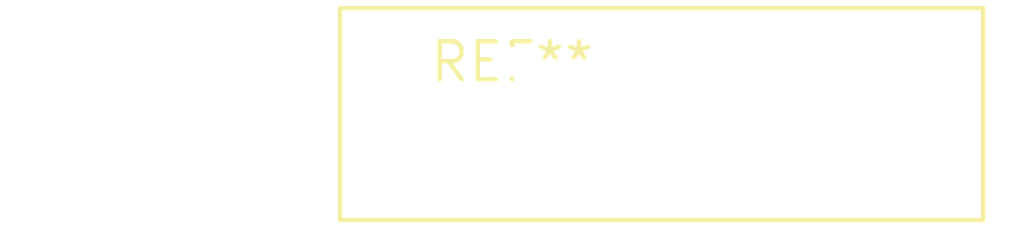
<source format=kicad_pcb>
(kicad_pcb (version 20240108) (generator pcbnew)
  (layers (0 "F.Cu" signal) (31 "B.Cu" signal) (34 "B.Paste" user) (35 "F.Paste" user) (36 "B.SilkS" user "B.Silkscreen") (37 "F.SilkS" user "F.Silkscreen") (38 "B.Mask" user) (39 "F.Mask" user) (44 "Edge.Cuts" user))
  (net 0 "")
  (footprint "RV_Disc_D21.5mm_W7.1mm_P10mm" (layer "F.Cu") (at 0 0)
    (property "Reference" "REF**")
    (property "Value" "RV_Disc_D21.5mm_W7.1mm_P10mm")
    (fp_line (start -5.75 -1.8) (end -5.75 5.3) (layer "F.SilkS") (stroke (width 0.15)))
    (fp_line (start -5.75 -1.8) (end 15.75 -1.8) (layer "F.SilkS") (stroke (width 0.15)))
    (fp_line (start -5.75 5.3) (end 15.75 5.3) (layer "F.SilkS") (stroke (width 0.15)))
    (fp_line (start 15.75 -1.8) (end 15.75 5.3) (layer "F.SilkS") (stroke (width 0.15)))
    (pad "1" thru_hole circle (at 0 0) (size 2 2) (drill 1) (layers *.Cu *.Mask) (remove_unused_layers))
    (pad "2" thru_hole circle (at 10 3.5) (size 2 2) (drill 1) (layers *.Cu *.Mask) (remove_unused_layers))
  )
)
</source>
